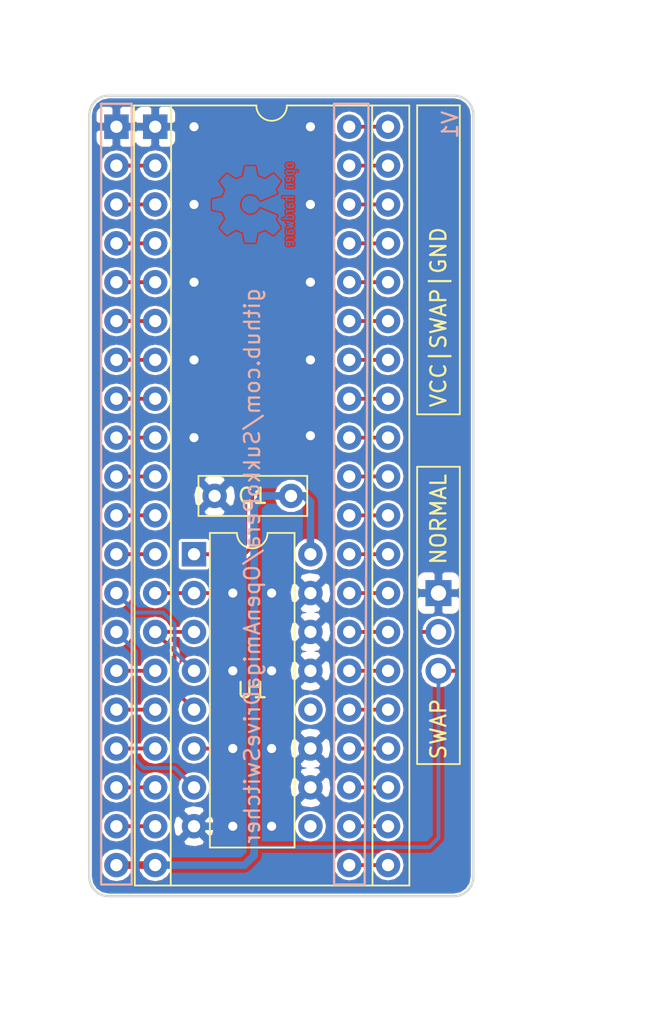
<source format=kicad_pcb>
(kicad_pcb (version 4) (host pcbnew 4.0.7)
  (title_block (title OpenAmigaDriveSwitcher) (date 2018-06-26) (rev 1) (company SukkoPera))
  (layers (0 F.Cu signal) (31 B.Cu signal) (36 B.SilkS user) (37 F.SilkS user) (38 B.Mask user) (39 F.Mask user) (44 Edge.Cuts user))
  (net 0 "")
  (net 1 VCC)
  (net 2 GND)
  (net 3 "Net-(CONN1-Pad22)")
  (net 4 "Net-(CONN1-Pad2)")
  (net 5 "Net-(CONN1-Pad23)")
  (net 6 "Net-(CONN1-Pad3)")
  (net 7 "Net-(CONN1-Pad24)")
  (net 8 "Net-(CONN1-Pad4)")
  (net 9 "Net-(CONN1-Pad25)")
  (net 10 "Net-(CONN1-Pad5)")
  (net 11 "Net-(CONN1-Pad26)")
  (net 12 "Net-(CONN1-Pad6)")
  (net 13 "Net-(CONN1-Pad27)")
  (net 14 "Net-(CONN1-Pad7)")
  (net 15 "Net-(CONN1-Pad28)")
  (net 16 "Net-(CONN1-Pad8)")
  (net 17 "Net-(CONN1-Pad29)")
  (net 18 "Net-(CONN1-Pad9)")
  (net 19 "Net-(CONN1-Pad30)")
  (net 20 "Net-(CONN1-Pad10)")
  (net 21 "Net-(CONN1-Pad31)")
  (net 22 "Net-(CONN1-Pad11)")
  (net 23 "Net-(CONN1-Pad32)")
  (net 24 "Net-(CONN1-Pad12)")
  (net 25 "Net-(CONN1-Pad33)")
  (net 26 "Net-(CONN1-Pad13)")
  (net 27 "Net-(CONN1-Pad34)")
  (net 28 "Net-(CONN1-Pad14)")
  (net 29 "Net-(CONN1-Pad35)")
  (net 30 "Net-(CONN1-Pad15)")
  (net 31 "Net-(CONN1-Pad36)")
  (net 32 "Net-(CONN1-Pad16)")
  (net 33 "Net-(CONN1-Pad37)")
  (net 34 "Net-(CONN1-Pad17)")
  (net 35 "Net-(CONN1-Pad38)")
  (net 36 "Net-(CONN1-Pad18)")
  (net 37 "Net-(CONN1-Pad39)")
  (net 38 "Net-(CONN1-Pad19)")
  (net 39 "Net-(CONN1-Pad40)")
  (net 40 "Net-(CONN1-Pad21)")
  (net 41 "Net-(J1-Pad2)")
  (net 42 "Net-(U1-Pad2)")
  (net 43 "Net-(U1-Pad3)")
  (module Capacitors_THT:C_Disc_D7.0mm_W2.5mm_P5.00mm (layer F.Cu) (at 153.67 128.27 180)
    (fp_text reference C1 (at 2.5 0 180) (layer F.SilkS))
    (fp_text value C)
    (fp_line (start -1.06 -1.31) (end 6.06 -1.31) (layer F.SilkS) (width 0.12))
    (fp_line (start -1.06 1.31) (end 6.06 1.31) (layer F.SilkS) (width 0.12))
    (fp_line (start -1.06 -1.31) (end -1.06 1.31) (layer F.SilkS) (width 0.12))
    (fp_line (start 6.06 -1.31) (end 6.06 1.31) (layer F.SilkS) (width 0.12))
    (pad 1 thru_hole circle (at 0 0 180) (size 1.6 1.6) (drill 0.8) (layers *.Cu *.Mask) (net 1 VCC))
    (pad 2 thru_hole circle (at 5 0 180) (size 1.6 1.6) (drill 0.8) (layers *.Cu *.Mask) (net 2 GND))
  )
  (module OpenAmigaDriveSwitcher:DIP-40_DualHeaderStrips (layer F.Cu) (at 142.24 104.14)
    (fp_text reference CONN1 hide)
    (fp_text value EVEN_CIA_SOCKET hide)
    (fp_line (start 16.5 -1.5) (end 14.25 -1.5) (layer B.SilkS) (width 0.15))
    (fp_line (start 14.25 49.53) (end 16.25 49.53) (layer B.SilkS) (width 0.15))
    (fp_line (start -1 -1.5) (end 1 -1.5) (layer B.SilkS) (width 0.15))
    (fp_line (start 1 -1.5) (end 1 49.53) (layer B.SilkS) (width 0.15))
    (fp_line (start 14.25 49.53) (end 14.25 -1.5) (layer B.SilkS) (width 0.15))
    (fp_line (start -1 -1.5) (end -1 49.5046) (layer B.SilkS) (width 0.15))
    (fp_line (start -1 49.53) (end 1 49.53) (layer B.SilkS) (width 0.15))
    (fp_line (start 16.25 49.53) (end 16.5 -1.5) (layer B.SilkS) (width 0.15))
    (pad 1 thru_hole rect (at 0 0) (size 1.6 1.6) (drill 0.8) (layers *.Cu *.Mask) (net 2 GND))
    (pad 22 thru_hole oval (at 15.24 45.72) (size 1.6 1.6) (drill 0.8) (layers *.Cu *.Mask) (net 3 "Net-(CONN1-Pad22)"))
    (pad 2 thru_hole oval (at 0 2.54) (size 1.6 1.6) (drill 0.8) (layers *.Cu *.Mask) (net 4 "Net-(CONN1-Pad2)"))
    (pad 23 thru_hole oval (at 15.24 43.18) (size 1.6 1.6) (drill 0.8) (layers *.Cu *.Mask) (net 5 "Net-(CONN1-Pad23)"))
    (pad 3 thru_hole oval (at 0 5.08) (size 1.6 1.6) (drill 0.8) (layers *.Cu *.Mask) (net 6 "Net-(CONN1-Pad3)"))
    (pad 24 thru_hole oval (at 15.24 40.64) (size 1.6 1.6) (drill 0.8) (layers *.Cu *.Mask) (net 7 "Net-(CONN1-Pad24)"))
    (pad 4 thru_hole oval (at 0 7.62) (size 1.6 1.6) (drill 0.8) (layers *.Cu *.Mask) (net 8 "Net-(CONN1-Pad4)"))
    (pad 25 thru_hole oval (at 15.24 38.1) (size 1.6 1.6) (drill 0.8) (layers *.Cu *.Mask) (net 9 "Net-(CONN1-Pad25)"))
    (pad 5 thru_hole oval (at 0 10.16) (size 1.6 1.6) (drill 0.8) (layers *.Cu *.Mask) (net 10 "Net-(CONN1-Pad5)"))
    (pad 26 thru_hole oval (at 15.24 35.56) (size 1.6 1.6) (drill 0.8) (layers *.Cu *.Mask) (net 11 "Net-(CONN1-Pad26)"))
    (pad 6 thru_hole oval (at 0 12.7) (size 1.6 1.6) (drill 0.8) (layers *.Cu *.Mask) (net 12 "Net-(CONN1-Pad6)"))
    (pad 27 thru_hole oval (at 15.24 33.02) (size 1.6 1.6) (drill 0.8) (layers *.Cu *.Mask) (net 13 "Net-(CONN1-Pad27)"))
    (pad 7 thru_hole oval (at 0 15.24) (size 1.6 1.6) (drill 0.8) (layers *.Cu *.Mask) (net 14 "Net-(CONN1-Pad7)"))
    (pad 28 thru_hole oval (at 15.24 30.48) (size 1.6 1.6) (drill 0.8) (layers *.Cu *.Mask) (net 15 "Net-(CONN1-Pad28)"))
    (pad 8 thru_hole oval (at 0 17.78) (size 1.6 1.6) (drill 0.8) (layers *.Cu *.Mask) (net 16 "Net-(CONN1-Pad8)"))
    (pad 29 thru_hole oval (at 15.24 27.94) (size 1.6 1.6) (drill 0.8) (layers *.Cu *.Mask) (net 17 "Net-(CONN1-Pad29)"))
    (pad 9 thru_hole oval (at 0 20.32) (size 1.6 1.6) (drill 0.8) (layers *.Cu *.Mask) (net 18 "Net-(CONN1-Pad9)"))
    (pad 30 thru_hole oval (at 15.24 25.4) (size 1.6 1.6) (drill 0.8) (layers *.Cu *.Mask) (net 19 "Net-(CONN1-Pad30)"))
    (pad 10 thru_hole oval (at 0 22.86) (size 1.6 1.6) (drill 0.8) (layers *.Cu *.Mask) (net 20 "Net-(CONN1-Pad10)"))
    (pad 31 thru_hole oval (at 15.24 22.86) (size 1.6 1.6) (drill 0.8) (layers *.Cu *.Mask) (net 21 "Net-(CONN1-Pad31)"))
    (pad 11 thru_hole oval (at 0 25.4) (size 1.6 1.6) (drill 0.8) (layers *.Cu *.Mask) (net 22 "Net-(CONN1-Pad11)"))
    (pad 32 thru_hole oval (at 15.24 20.32) (size 1.6 1.6) (drill 0.8) (layers *.Cu *.Mask) (net 23 "Net-(CONN1-Pad32)"))
    (pad 12 thru_hole oval (at 0 27.94) (size 1.6 1.6) (drill 0.8) (layers *.Cu *.Mask) (net 24 "Net-(CONN1-Pad12)"))
    (pad 33 thru_hole oval (at 15.24 17.78) (size 1.6 1.6) (drill 0.8) (layers *.Cu *.Mask) (net 25 "Net-(CONN1-Pad33)"))
    (pad 13 thru_hole oval (at 0 30.48) (size 1.6 1.6) (drill 0.8) (layers *.Cu *.Mask) (net 26 "Net-(CONN1-Pad13)"))
    (pad 34 thru_hole oval (at 15.24 15.24) (size 1.6 1.6) (drill 0.8) (layers *.Cu *.Mask) (net 27 "Net-(CONN1-Pad34)"))
    (pad 14 thru_hole oval (at 0 33.02) (size 1.6 1.6) (drill 0.8) (layers *.Cu *.Mask) (net 28 "Net-(CONN1-Pad14)"))
    (pad 35 thru_hole oval (at 15.24 12.7) (size 1.6 1.6) (drill 0.8) (layers *.Cu *.Mask) (net 29 "Net-(CONN1-Pad35)"))
    (pad 15 thru_hole oval (at 0 35.56) (size 1.6 1.6) (drill 0.8) (layers *.Cu *.Mask) (net 30 "Net-(CONN1-Pad15)"))
    (pad 36 thru_hole oval (at 15.24 10.16) (size 1.6 1.6) (drill 0.8) (layers *.Cu *.Mask) (net 31 "Net-(CONN1-Pad36)"))
    (pad 16 thru_hole oval (at 0 38.1) (size 1.6 1.6) (drill 0.8) (layers *.Cu *.Mask) (net 32 "Net-(CONN1-Pad16)"))
    (pad 37 thru_hole oval (at 15.24 7.62) (size 1.6 1.6) (drill 0.8) (layers *.Cu *.Mask) (net 33 "Net-(CONN1-Pad37)"))
    (pad 17 thru_hole oval (at 0 40.64) (size 1.6 1.6) (drill 0.8) (layers *.Cu *.Mask) (net 34 "Net-(CONN1-Pad17)"))
    (pad 38 thru_hole oval (at 15.24 5.08) (size 1.6 1.6) (drill 0.8) (layers *.Cu *.Mask) (net 35 "Net-(CONN1-Pad38)"))
    (pad 18 thru_hole oval (at 0 43.18) (size 1.6 1.6) (drill 0.8) (layers *.Cu *.Mask) (net 36 "Net-(CONN1-Pad18)"))
    (pad 39 thru_hole oval (at 15.24 2.54) (size 1.6 1.6) (drill 0.8) (layers *.Cu *.Mask) (net 37 "Net-(CONN1-Pad39)"))
    (pad 19 thru_hole oval (at 0 45.72) (size 1.6 1.6) (drill 0.8) (layers *.Cu *.Mask) (net 38 "Net-(CONN1-Pad19)"))
    (pad 40 thru_hole oval (at 15.24 0) (size 1.6 1.6) (drill 0.8) (layers *.Cu *.Mask) (net 39 "Net-(CONN1-Pad40)"))
    (pad 20 thru_hole oval (at 0 48.26) (size 1.6 1.6) (drill 0.8) (layers *.Cu *.Mask) (net 1 VCC))
    (pad 21 thru_hole oval (at 15.24 48.26) (size 1.6 1.6) (drill 0.8) (layers *.Cu *.Mask) (net 40 "Net-(CONN1-Pad21)"))
  )
  (module w_logo:Logo_copper_OSHW_6x6mm (layer B.Cu) (at 150.749 109.22 270)
    (fp_text reference J99 hide)
    (fp_text value OSHW_LOGO hide)
    (fp_line (start 2.16 -2.62) (end 2.16 -3.08) (layer B.Cu) (width 0.075))
    (fp_line (start 2.25 -2.62) (end 2.3 -2.62) (layer B.Cu) (width 0.075))
    (fp_line (start 2.2 -2.65) (end 2.25 -2.62) (layer B.Cu) (width 0.075))
    (fp_line (start 2.18 -2.67) (end 2.2 -2.65) (layer B.Cu) (width 0.075))
    (fp_line (start 2.16 -2.74) (end 2.18 -2.67) (layer B.Cu) (width 0.075))
    (fp_line (start 2.6 -3.08) (end 2.65 -3.05) (layer B.Cu) (width 0.075))
    (fp_line (start 2.5 -3.08) (end 2.6 -3.08) (layer B.Cu) (width 0.075))
    (fp_line (start 2.46 -3.05) (end 2.5 -3.08) (layer B.Cu) (width 0.075))
    (fp_line (start 2.44 -2.98) (end 2.46 -3.05) (layer B.Cu) (width 0.075))
    (fp_line (start 2.44 -2.71) (end 2.44 -2.98) (layer B.Cu) (width 0.075))
    (fp_line (start 2.47 -2.65) (end 2.44 -2.71) (layer B.Cu) (width 0.075))
    (fp_line (start 2.51 -2.62) (end 2.47 -2.65) (layer B.Cu) (width 0.075))
    (fp_line (start 2.61 -2.62) (end 2.51 -2.62) (layer B.Cu) (width 0.075))
    (fp_line (start 2.65 -2.66) (end 2.61 -2.62) (layer B.Cu) (width 0.075))
    (fp_line (start 2.67 -2.73) (end 2.65 -2.66) (layer B.Cu) (width 0.075))
    (fp_line (start 2.67 -2.85) (end 2.67 -2.73) (layer B.Cu) (width 0.075))
    (fp_line (start 2.67 -2.85) (end 2.44 -2.85) (layer B.Cu) (width 0.075))
    (fp_line (start 1.92 -2.71) (end 1.92 -3.08) (layer B.Cu) (width 0.075))
    (fp_line (start 1.89 -2.65) (end 1.92 -2.71) (layer B.Cu) (width 0.075))
    (fp_line (start 1.85 -2.62) (end 1.89 -2.65) (layer B.Cu) (width 0.075))
    (fp_line (start 1.75 -2.62) (end 1.85 -2.62) (layer B.Cu) (width 0.075))
    (fp_line (start 1.7 -2.65) (end 1.75 -2.62) (layer B.Cu) (width 0.075))
    (fp_line (start 1.76 -2.81) (end 1.71 -2.84) (layer B.Cu) (width 0.075))
    (fp_line (start 1.88 -2.81) (end 1.76 -2.81) (layer B.Cu) (width 0.075))
    (fp_line (start 1.92 -2.78) (end 1.88 -2.81) (layer B.Cu) (width 0.075))
    (fp_line (start 1.87 -3.08) (end 1.92 -3.04) (layer B.Cu) (width 0.075))
    (fp_line (start 1.75 -3.08) (end 1.87 -3.08) (layer B.Cu) (width 0.075))
    (fp_line (start 1.7 -3.04) (end 1.75 -3.08) (layer B.Cu) (width 0.075))
    (fp_line (start 1.68 -2.98) (end 1.7 -3.04) (layer B.Cu) (width 0.075))
    (fp_line (start 1.68 -2.91) (end 1.68 -2.98) (layer B.Cu) (width 0.075))
    (fp_line (start 1.71 -2.84) (end 1.68 -2.91) (layer B.Cu) (width 0.075))
    (fp_line (start 1.13 -2.62) (end 1.23 -3.08) (layer B.Cu) (width 0.075))
    (fp_line (start 1.23 -3.08) (end 1.32 -2.74) (layer B.Cu) (width 0.075))
    (fp_line (start 1.32 -2.74) (end 1.42 -3.08) (layer B.Cu) (width 0.075))
    (fp_line (start 1.42 -3.08) (end 1.52 -2.62) (layer B.Cu) (width 0.075))
    (fp_line (start 0.94 -3.05) (end 0.9 -3.08) (layer B.Cu) (width 0.075))
    (fp_line (start 0.9 -3.08) (end 0.79 -3.08) (layer B.Cu) (width 0.075))
    (fp_line (start 0.79 -3.08) (end 0.75 -3.05) (layer B.Cu) (width 0.075))
    (fp_line (start 0.75 -3.05) (end 0.73 -3.02) (layer B.Cu) (width 0.075))
    (fp_line (start 0.73 -3.02) (end 0.7 -2.95) (layer B.Cu) (width 0.075))
    (fp_line (start 0.7 -2.95) (end 0.7 -2.75) (layer B.Cu) (width 0.075))
    (fp_line (start 0.7 -2.75) (end 0.73 -2.68) (layer B.Cu) (width 0.075))
    (fp_line (start 0.73 -2.68) (end 0.75 -2.65) (layer B.Cu) (width 0.075))
    (fp_line (start 0.75 -2.65) (end 0.81 -2.61) (layer B.Cu) (width 0.075))
    (fp_line (start 0.81 -2.61) (end 0.88 -2.61) (layer B.Cu) (width 0.075))
    (fp_line (start 0.88 -2.61) (end 0.94 -2.65) (layer B.Cu) (width 0.075))
    (fp_line (start 0.94 -2.38) (end 0.94 -3.08) (layer B.Cu) (width 0.075))
    (fp_line (start 0.42 -2.74) (end 0.44 -2.67) (layer B.Cu) (width 0.075))
    (fp_line (start 0.44 -2.67) (end 0.46 -2.65) (layer B.Cu) (width 0.075))
    (fp_line (start 0.46 -2.65) (end 0.51 -2.62) (layer B.Cu) (width 0.075))
    (fp_line (start 0.51 -2.62) (end 0.56 -2.62) (layer B.Cu) (width 0.075))
    (fp_line (start 0.42 -2.62) (end 0.42 -3.08) (layer B.Cu) (width 0.075))
    (fp_line (start -0.03 -2.84) (end -0.06 -2.91) (layer B.Cu) (width 0.075))
    (fp_line (start -0.06 -2.91) (end -0.06 -2.98) (layer B.Cu) (width 0.075))
    (fp_line (start -0.06 -2.98) (end -0.04 -3.04) (layer B.Cu) (width 0.075))
    (fp_line (start -0.04 -3.04) (end 0.01 -3.08) (layer B.Cu) (width 0.075))
    (fp_line (start 0.01 -3.08) (end 0.13 -3.08) (layer B.Cu) (width 0.075))
    (fp_line (start 0.13 -3.08) (end 0.18 -3.04) (layer B.Cu) (width 0.075))
    (fp_line (start 0.18 -2.78) (end 0.14 -2.81) (layer B.Cu) (width 0.075))
    (fp_line (start 0.14 -2.81) (end 0.02 -2.81) (layer B.Cu) (width 0.075))
    (fp_line (start 0.02 -2.81) (end -0.03 -2.84) (layer B.Cu) (width 0.075))
    (fp_line (start -0.04 -2.65) (end 0.01 -2.62) (layer B.Cu) (width 0.075))
    (fp_line (start 0.01 -2.62) (end 0.11 -2.62) (layer B.Cu) (width 0.075))
    (fp_line (start 0.11 -2.62) (end 0.15 -2.65) (layer B.Cu) (width 0.075))
    (fp_line (start 0.15 -2.65) (end 0.18 -2.71) (layer B.Cu) (width 0.075))
    (fp_line (start 0.18 -2.71) (end 0.18 -3.08) (layer B.Cu) (width 0.075))
    (fp_line (start -0.49 -2.69) (end -0.47 -2.65) (layer B.Cu) (width 0.075))
    (fp_line (start -0.47 -2.65) (end -0.42 -2.62) (layer B.Cu) (width 0.075))
    (fp_line (start -0.42 -2.62) (end -0.34 -2.62) (layer B.Cu) (width 0.075))
    (fp_line (start -0.34 -2.62) (end -0.3 -2.65) (layer B.Cu) (width 0.075))
    (fp_line (start -0.3 -2.65) (end -0.28 -2.71) (layer B.Cu) (width 0.075))
    (fp_line (start -0.28 -2.71) (end -0.28 -3.08) (layer B.Cu) (width 0.075))
    (fp_line (start -0.49 -2.38) (end -0.49 -3.08) (layer B.Cu) (width 0.075))
    (fp_line (start -1.54 -2.85) (end -1.77 -2.85) (layer B.Cu) (width 0.075))
    (fp_line (start -1.32 -2.68) (end -1.3 -2.65) (layer B.Cu) (width 0.075))
    (fp_line (start -1.3 -2.65) (end -1.26 -2.62) (layer B.Cu) (width 0.075))
    (fp_line (start -1.26 -2.62) (end -1.17 -2.62) (layer B.Cu) (width 0.075))
    (fp_line (start -1.17 -2.62) (end -1.13 -2.65) (layer B.Cu) (width 0.075))
    (fp_line (start -1.13 -2.65) (end -1.11 -2.71) (layer B.Cu) (width 0.075))
    (fp_line (start -1.11 -2.71) (end -1.11 -3.08) (layer B.Cu) (width 0.075))
    (fp_line (start -1.32 -2.62) (end -1.32 -3.08) (layer B.Cu) (width 0.075))
    (fp_line (start -1.54 -2.85) (end -1.54 -2.73) (layer B.Cu) (width 0.075))
    (fp_line (start -1.54 -2.73) (end -1.56 -2.66) (layer B.Cu) (width 0.075))
    (fp_line (start -1.56 -2.66) (end -1.6 -2.62) (layer B.Cu) (width 0.075))
    (fp_line (start -1.6 -2.62) (end -1.7 -2.62) (layer B.Cu) (width 0.075))
    (fp_line (start -1.7 -2.62) (end -1.74 -2.65) (layer B.Cu) (width 0.075))
    (fp_line (start -1.74 -2.65) (end -1.77 -2.71) (layer B.Cu) (width 0.075))
    (fp_line (start -1.77 -2.71) (end -1.77 -2.98) (layer B.Cu) (width 0.075))
    (fp_line (start -1.77 -2.98) (end -1.75 -3.05) (layer B.Cu) (width 0.075))
    (fp_line (start -1.75 -3.05) (end -1.71 -3.08) (layer B.Cu) (width 0.075))
    (fp_line (start -1.71 -3.08) (end -1.61 -3.08) (layer B.Cu) (width 0.075))
    (fp_line (start -1.61 -3.08) (end -1.56 -3.05) (layer B.Cu) (width 0.075))
    (fp_line (start -2.2 -2.65) (end -2.16 -2.62) (layer B.Cu) (width 0.075))
    (fp_line (start -2.16 -2.62) (end -2.06 -2.62) (layer B.Cu) (width 0.075))
    (fp_line (start -2.06 -2.62) (end -2.02 -2.65) (layer B.Cu) (width 0.075))
    (fp_line (start -2.02 -2.65) (end -1.99 -2.68) (layer B.Cu) (width 0.075))
    (fp_line (start -1.99 -2.68) (end -1.97 -2.74) (layer B.Cu) (width 0.075))
    (fp_line (start -1.97 -2.74) (end -1.97 -2.96) (layer B.Cu) (width 0.075))
    (fp_line (start -1.97 -2.96) (end -1.99 -3.02) (layer B.Cu) (width 0.075))
    (fp_line (start -1.99 -3.02) (end -2.01 -3.05) (layer B.Cu) (width 0.075))
    (fp_line (start -2.01 -3.05) (end -2.05 -3.08) (layer B.Cu) (width 0.075))
    (fp_line (start -2.05 -3.08) (end -2.15 -3.08) (layer B.Cu) (width 0.075))
    (fp_line (start -2.15 -3.08) (end -2.2 -3.05) (layer B.Cu) (width 0.075))
    (fp_line (start -2.2 -3.32) (end -2.2 -2.62) (layer B.Cu) (width 0.075))
    (fp_line (start -2.51 -2.62) (end -2.59 -2.62) (layer B.Cu) (width 0.075))
    (fp_line (start -2.59 -2.62) (end -2.63 -2.65) (layer B.Cu) (width 0.075))
    (fp_line (start -2.63 -2.65) (end -2.65 -2.68) (layer B.Cu) (width 0.075))
    (fp_line (start -2.65 -2.68) (end -2.68 -2.75) (layer B.Cu) (width 0.075))
    (fp_line (start -2.59 -3.08) (end -2.51 -3.08) (layer B.Cu) (width 0.075))
    (fp_line (start -2.51 -3.08) (end -2.46 -3.05) (layer B.Cu) (width 0.075))
    (fp_line (start -2.46 -3.05) (end -2.44 -3.02) (layer B.Cu) (width 0.075))
    (fp_line (start -2.44 -3.02) (end -2.42 -2.95) (layer B.Cu) (width 0.075))
    (fp_line (start -2.42 -2.95) (end -2.42 -2.75) (layer B.Cu) (width 0.075))
    (fp_line (start -2.42 -2.75) (end -2.44 -2.69) (layer B.Cu) (width 0.075))
    (fp_line (start -2.44 -2.69) (end -2.46 -2.66) (layer B.Cu) (width 0.075))
    (fp_line (start -2.46 -2.66) (end -2.51 -2.62) (layer B.Cu) (width 0.075))
    (fp_line (start -2.68 -2.75) (end -2.68 -2.95) (layer B.Cu) (width 0.075))
    (fp_line (start -2.68 -2.95) (end -2.66 -3.01) (layer B.Cu) (width 0.075))
    (fp_line (start -2.66 -3.01) (end -2.64 -3.04) (layer B.Cu) (width 0.075))
    (fp_line (start -2.64 -3.04) (end -2.59 -3.08) (layer B.Cu) (width 0.075))
    (fp_poly (pts (xy -1.51384 -2.24536) (xy -1.48844 -2.23012) (xy -1.43002 -2.19456) (xy -1.3462 -2.13868) (xy -1.24714 -2.07264) (xy -1.14808 -2.0066) (xy -1.0668 -1.95326) (xy -1.01092 -1.91516) (xy -0.98552 -1.90246) (xy -0.97282 -1.90754) (xy -0.9271 -1.9304) (xy -0.85852 -1.96596) (xy -0.81788 -1.98628) (xy -0.75692 -2.01168) (xy -0.7239 -2.0193) (xy -0.71882 -2.00914) (xy -0.69596 -1.96088) (xy -0.6604 -1.8796) (xy -0.61468 -1.77038) (xy -0.5588 -1.64338) (xy -0.50292 -1.50876) (xy -0.4445 -1.36906) (xy -0.38862 -1.23444) (xy -0.34036 -1.11506) (xy -0.29972 -1.01854) (xy -0.27432 -0.94996) (xy -0.26416 -0.92202) (xy -0.2667 -0.9144) (xy -0.29972 -0.88392) (xy -0.35306 -0.84328) (xy -0.47244 -0.74676) (xy -0.58928 -0.60198) (xy -0.6604 -0.43688) (xy -0.68326 -0.25146) (xy -0.66294 -0.08128) (xy -0.5969 0.08128) (xy -0.4826 0.2286) (xy -0.3429 0.33782) (xy -0.18034 0.4064) (xy 0 0.42926) (xy 0.17272 0.40894) (xy 0.34036 0.3429) (xy 0.48768 0.23114) (xy 0.55118 0.16002) (xy 0.63754 0.01016) (xy 0.6858 -0.14732) (xy 0.69088 -0.18796) (xy 0.68326 -0.36322) (xy 0.63246 -0.5334) (xy 0.53848 -0.68326) (xy 0.40894 -0.80772) (xy 0.3937 -0.81788) (xy 0.33528 -0.8636) (xy 0.29464 -0.89408) (xy 0.26416 -0.91948) (xy 0.48768 -1.45796) (xy 0.52324 -1.54178) (xy 0.5842 -1.6891) (xy 0.63754 -1.8161) (xy 0.68072 -1.9177) (xy 0.7112 -1.98374) (xy 0.7239 -2.01168) (xy 0.7239 -2.01422) (xy 0.74422 -2.01676) (xy 0.78486 -2.00152) (xy 0.86106 -1.96596) (xy 0.90932 -1.94056) (xy 0.96774 -1.91262) (xy 0.99314 -1.90246) (xy 1.016 -1.91516) (xy 1.06934 -1.95072) (xy 1.15062 -2.00406) (xy 1.24714 -2.06756) (xy 1.33858 -2.13106) (xy 1.4224 -2.18694) (xy 1.48336 -2.22504) (xy 1.51384 -2.24282) (xy 1.51892 -2.24282) (xy 1.54432 -2.22758) (xy 1.59258 -2.18694) (xy 1.66624 -2.11836) (xy 1.77038 -2.01422) (xy 1.78562 -1.99898) (xy 1.87198 -1.91262) (xy 1.94056 -1.83896) (xy 1.98628 -1.78816) (xy 2.00406 -1.7653) (xy 2.00406 -1.7653) (xy 1.98882 -1.73482) (xy 1.95072 -1.67386) (xy 1.89484 -1.5875) (xy 1.82626 -1.48844) (xy 1.64846 -1.22936) (xy 1.74498 -0.98552) (xy 1.77546 -0.90932) (xy 1.81356 -0.82042) (xy 1.8415 -0.75438) (xy 1.85674 -0.72644) (xy 1.88214 -0.71628) (xy 1.95072 -0.70104) (xy 2.04724 -0.68072) (xy 2.16154 -0.6604) (xy 2.2733 -0.64008) (xy 2.37236 -0.61976) (xy 2.44348 -0.60706) (xy 2.4765 -0.59944) (xy 2.48412 -0.59436) (xy 2.49174 -0.57912) (xy 2.49428 -0.5461) (xy 2.49682 -0.48514) (xy 2.49936 -0.39116) (xy 2.49936 -0.25146) (xy 2.49936 -0.23622) (xy 2.49682 -0.10668) (xy 2.49428 0) (xy 2.49174 0.06604) (xy 2.48666 0.09398) (xy 2.48666 0.09398) (xy 2.45618 0.1016) (xy 2.38506 0.11684) (xy 2.286 0.13462) (xy 2.16662 0.15748) (xy 2.159 0.16002) (xy 2.04216 0.18288) (xy 1.9431 0.2032) (xy 1.87198 0.21844) (xy 1.84404 0.2286) (xy 1.83642 0.23622) (xy 1.81356 0.28194) (xy 1.78054 0.3556) (xy 1.7399 0.4445) (xy 1.7018 0.53848) (xy 1.66878 0.6223) (xy 1.64592 0.68326) (xy 1.6383 0.7112) (xy 1.64084 0.71374) (xy 1.65862 0.74168) (xy 1.69926 0.80264) (xy 1.75514 0.88646) (xy 1.82372 0.98806) (xy 1.8288 0.99568) (xy 1.89738 1.09474) (xy 1.95326 1.1811) (xy 1.98882 1.23952) (xy 2.00406 1.26746) (xy 2.00406 1.27) (xy 1.9812 1.30048) (xy 1.9304 1.35636) (xy 1.85674 1.43256) (xy 1.77038 1.52146) (xy 1.74244 1.54686) (xy 1.64338 1.64338) (xy 1.57734 1.70434) (xy 1.53416 1.73736) (xy 1.51384 1.74498) (xy 1.51384 1.74498) (xy 1.48336 1.7272) (xy 1.41986 1.68656) (xy 1.33604 1.62814) (xy 1.23444 1.55956) (xy 1.22682 1.55448) (xy 1.12776 1.4859) (xy 1.04394 1.43002) (xy 0.98552 1.38938) (xy 0.95758 1.37414) (xy 0.95504 1.37414) (xy 0.9144 1.38684) (xy 0.84328 1.41224) (xy 0.75438 1.44526) (xy 0.66294 1.48336) (xy 0.57912 1.51892) (xy 0.51562 1.54686) (xy 0.48514 1.56464) (xy 0.48514 1.56464) (xy 0.47498 1.6002) (xy 0.4572 1.6764) (xy 0.43688 1.778) (xy 0.41148 1.89992) (xy 0.40894 1.92024) (xy 0.38608 2.03962) (xy 0.3683 2.13868) (xy 0.35306 2.20726) (xy 0.34544 2.2352) (xy 0.3302 2.23774) (xy 0.27178 2.24282) (xy 0.18288 2.24536) (xy 0.07366 2.24536) (xy -0.0381 2.24536) (xy -0.14732 2.24282) (xy -0.2413 2.24028) (xy -0.30988 2.2352) (xy -0.33782 2.23012) (xy -0.33782 2.22758) (xy -0.34798 2.18948) (xy -0.36576 2.11582) (xy -0.38608 2.01168) (xy -0.40894 1.88976) (xy -0.41402 1.8669) (xy -0.43688 1.75006) (xy -0.4572 1.651) (xy -0.4699 1.58496) (xy -0.47752 1.55702) (xy -0.49022 1.55194) (xy -0.53848 1.53162) (xy -0.61722 1.4986) (xy -0.71628 1.45796) (xy -0.94488 1.36652) (xy -1.22682 1.55702) (xy -1.25222 1.5748) (xy -1.35382 1.64338) (xy -1.4351 1.69926) (xy -1.49352 1.73736) (xy -1.51638 1.75006) (xy -1.51892 1.75006) (xy -1.54686 1.72466) (xy -1.60274 1.67132) (xy -1.67894 1.59766) (xy -1.76784 1.5113) (xy -1.83134 1.44526) (xy -1.91008 1.36652) (xy -1.95834 1.31318) (xy -1.98628 1.28016) (xy -1.9939 1.25984) (xy -1.99136 1.2446) (xy -1.97358 1.21666) (xy -1.93294 1.1557) (xy -1.87452 1.06934) (xy -1.80594 0.97028) (xy -1.75006 0.88646) (xy -1.6891 0.79248) (xy -1.651 0.72644) (xy -1.63576 0.69342) (xy -1.64084 0.68072) (xy -1.65862 0.62484) (xy -1.69418 0.54102) (xy -1.73482 0.44196) (xy -1.83388 0.22098) (xy -1.97866 0.19304) (xy -2.06756 0.17526) (xy -2.18948 0.1524) (xy -2.30886 0.12954) (xy -2.49174 0.09398) (xy -2.49936 -0.58166) (xy -2.47142 -0.59436) (xy -2.44348 -0.60198) (xy -2.3749 -0.61722) (xy -2.27838 -0.63754) (xy -2.16154 -0.65786) (xy -2.06502 -0.67564) (xy -1.96596 -0.69596) (xy -1.89484 -0.70866) (xy -1.86436 -0.71628) (xy -1.8542 -0.72644) (xy -1.83134 -0.7747) (xy -1.79578 -0.8509) (xy -1.75514 -0.94234) (xy -1.71704 -1.03632) (xy -1.68148 -1.12522) (xy -1.65862 -1.19126) (xy -1.64846 -1.22428) (xy -1.66116 -1.25222) (xy -1.69926 -1.31064) (xy -1.7526 -1.39192) (xy -1.82118 -1.49098) (xy -1.88722 -1.5875) (xy -1.94564 -1.67132) (xy -1.98374 -1.73228) (xy -2.00152 -1.76022) (xy -1.99136 -1.778) (xy -1.95326 -1.82626) (xy -1.8796 -1.90246) (xy -1.76784 -2.01168) (xy -1.75006 -2.02946) (xy -1.6637 -2.11328) (xy -1.59004 -2.18186) (xy -1.5367 -2.22758) (xy -1.51384 -2.24536)) (layer B.Cu) (width 0.00254))
  )
  (module Housings_DIP:DIP-16_W7.62mm (layer F.Cu) (at 147.32 132.08)
    (fp_text reference U1 (at 3.81 8.89) (layer F.SilkS))
    (fp_text value 74LS157)
    (fp_line (start 2.81 -1.39) (end 1.04 -1.39) (layer F.SilkS) (width 0.12))
    (fp_line (start 1.04 -1.39) (end 1.04 19.17) (layer F.SilkS) (width 0.12))
    (fp_line (start 1.04 19.17) (end 6.58 19.17) (layer F.SilkS) (width 0.12))
    (fp_line (start 6.58 19.17) (end 6.58 -1.39) (layer F.SilkS) (width 0.12))
    (fp_line (start 6.58 -1.39) (end 4.81 -1.39) (layer F.SilkS) (width 0.12))
    (fp_arc (start 3.81 -1.39) (end 2.81 -1.39) (angle -180) (layer F.SilkS) (width 0.12))
    (pad 1 thru_hole rect (at 0 0) (size 1.6 1.6) (drill 0.8) (layers *.Cu *.Mask) (net 41 "Net-(J1-Pad2)"))
    (pad 9 thru_hole oval (at 7.62 17.78) (size 1.6 1.6) (drill 0.8) (layers *.Cu *.Mask))
    (pad 2 thru_hole oval (at 0 2.54) (size 1.6 1.6) (drill 0.8) (layers *.Cu *.Mask) (net 42 "Net-(U1-Pad2)"))
    (pad 10 thru_hole oval (at 7.62 15.24 45) (size 1.6 1.6) (drill 0.8) (layers *.Cu *.Mask) (net 2 GND))
    (pad 3 thru_hole oval (at 0 5.08) (size 1.6 1.6) (drill 0.8) (layers *.Cu *.Mask) (net 43 "Net-(U1-Pad3)"))
    (pad 11 thru_hole oval (at 7.62 12.7 45) (size 1.6 1.6) (drill 0.8) (layers *.Cu *.Mask) (net 2 GND))
    (pad 4 thru_hole oval (at 0 7.62) (size 1.6 1.6) (drill 0.8) (layers *.Cu *.Mask) (net 26 "Net-(CONN1-Pad13)"))
    (pad 12 thru_hole oval (at 7.62 10.16) (size 1.6 1.6) (drill 0.8) (layers *.Cu *.Mask))
    (pad 5 thru_hole oval (at 0 10.16) (size 1.6 1.6) (drill 0.8) (layers *.Cu *.Mask) (net 43 "Net-(U1-Pad3)"))
    (pad 13 thru_hole oval (at 7.62 7.62 45) (size 1.6 1.6) (drill 0.8) (layers *.Cu *.Mask) (net 2 GND))
    (pad 6 thru_hole oval (at 0 12.7) (size 1.6 1.6) (drill 0.8) (layers *.Cu *.Mask) (net 42 "Net-(U1-Pad2)"))
    (pad 14 thru_hole oval (at 7.62 5.08 45) (size 1.6 1.6) (drill 0.8) (layers *.Cu *.Mask) (net 2 GND))
    (pad 7 thru_hole oval (at 0 15.24) (size 1.6 1.6) (drill 0.8) (layers *.Cu *.Mask) (net 28 "Net-(CONN1-Pad14)"))
    (pad 15 thru_hole oval (at 7.62 2.54 45) (size 1.6 1.6) (drill 0.8) (layers *.Cu *.Mask) (net 2 GND))
    (pad 8 thru_hole oval (at 0 17.78 45) (size 1.6 1.6) (drill 0.8) (layers *.Cu *.Mask) (net 2 GND))
    (pad 16 thru_hole oval (at 7.62 0) (size 1.6 1.6) (drill 0.8) (layers *.Cu *.Mask) (net 1 VCC))
  )
  (module OpenAmigaDriveSwitcher:DIP-40_Socket (layer F.Cu) (at 144.78 104.14)
    (fp_text reference U8 hide)
    (fp_text value EVEN_CIA_CHIP hide)
    (fp_line (start 6.62 -1.39) (end -1.39 -1.39) (layer F.SilkS) (width 0.12))
    (fp_line (start 1.04 -1.39) (end 1.016 49.5935) (layer F.SilkS) (width 0.12))
    (fp_line (start 14.224 49.5935) (end 14.2 -1.39) (layer F.SilkS) (width 0.12))
    (fp_line (start 16.63 -1.39) (end 8.62 -1.39) (layer F.SilkS) (width 0.12))
    (fp_line (start -1.39 -1.39) (end -1.3335 49.5935) (layer F.SilkS) (width 0.12))
    (fp_line (start -1.3335 49.5935) (end 16.637 49.5935) (layer F.SilkS) (width 0.12))
    (fp_line (start 16.637 49.5935) (end 16.63 -1.39) (layer F.SilkS) (width 0.12))
    (fp_arc (start 7.62 -1.39) (end 6.62 -1.39) (angle -180) (layer F.SilkS) (width 0.12))
    (pad 1 thru_hole rect (at 0 0) (size 1.6 1.6) (drill 0.8) (layers *.Cu *.Mask) (net 2 GND))
    (pad 22 thru_hole oval (at 15.24 45.72) (size 1.6 1.6) (drill 0.8) (layers *.Cu *.Mask) (net 3 "Net-(CONN1-Pad22)"))
    (pad 2 thru_hole oval (at 0 2.54) (size 1.6 1.6) (drill 0.8) (layers *.Cu *.Mask) (net 4 "Net-(CONN1-Pad2)"))
    (pad 23 thru_hole oval (at 15.24 43.18) (size 1.6 1.6) (drill 0.8) (layers *.Cu *.Mask) (net 5 "Net-(CONN1-Pad23)"))
    (pad 3 thru_hole oval (at 0 5.08) (size 1.6 1.6) (drill 0.8) (layers *.Cu *.Mask) (net 6 "Net-(CONN1-Pad3)"))
    (pad 24 thru_hole oval (at 15.24 40.64) (size 1.6 1.6) (drill 0.8) (layers *.Cu *.Mask) (net 7 "Net-(CONN1-Pad24)"))
    (pad 4 thru_hole oval (at 0 7.62) (size 1.6 1.6) (drill 0.8) (layers *.Cu *.Mask) (net 8 "Net-(CONN1-Pad4)"))
    (pad 25 thru_hole oval (at 15.24 38.1) (size 1.6 1.6) (drill 0.8) (layers *.Cu *.Mask) (net 9 "Net-(CONN1-Pad25)"))
    (pad 5 thru_hole oval (at 0 10.16) (size 1.6 1.6) (drill 0.8) (layers *.Cu *.Mask) (net 10 "Net-(CONN1-Pad5)"))
    (pad 26 thru_hole oval (at 15.24 35.56) (size 1.6 1.6) (drill 0.8) (layers *.Cu *.Mask) (net 11 "Net-(CONN1-Pad26)"))
    (pad 6 thru_hole oval (at 0 12.7) (size 1.6 1.6) (drill 0.8) (layers *.Cu *.Mask) (net 12 "Net-(CONN1-Pad6)"))
    (pad 27 thru_hole oval (at 15.24 33.02) (size 1.6 1.6) (drill 0.8) (layers *.Cu *.Mask) (net 13 "Net-(CONN1-Pad27)"))
    (pad 7 thru_hole oval (at 0 15.24) (size 1.6 1.6) (drill 0.8) (layers *.Cu *.Mask) (net 14 "Net-(CONN1-Pad7)"))
    (pad 28 thru_hole oval (at 15.24 30.48) (size 1.6 1.6) (drill 0.8) (layers *.Cu *.Mask) (net 15 "Net-(CONN1-Pad28)"))
    (pad 8 thru_hole oval (at 0 17.78) (size 1.6 1.6) (drill 0.8) (layers *.Cu *.Mask) (net 16 "Net-(CONN1-Pad8)"))
    (pad 29 thru_hole oval (at 15.24 27.94) (size 1.6 1.6) (drill 0.8) (layers *.Cu *.Mask) (net 17 "Net-(CONN1-Pad29)"))
    (pad 9 thru_hole oval (at 0 20.32) (size 1.6 1.6) (drill 0.8) (layers *.Cu *.Mask) (net 18 "Net-(CONN1-Pad9)"))
    (pad 30 thru_hole oval (at 15.24 25.4) (size 1.6 1.6) (drill 0.8) (layers *.Cu *.Mask) (net 19 "Net-(CONN1-Pad30)"))
    (pad 10 thru_hole oval (at 0 22.86) (size 1.6 1.6) (drill 0.8) (layers *.Cu *.Mask) (net 20 "Net-(CONN1-Pad10)"))
    (pad 31 thru_hole oval (at 15.24 22.86) (size 1.6 1.6) (drill 0.8) (layers *.Cu *.Mask) (net 21 "Net-(CONN1-Pad31)"))
    (pad 11 thru_hole oval (at 0 25.4) (size 1.6 1.6) (drill 0.8) (layers *.Cu *.Mask) (net 22 "Net-(CONN1-Pad11)"))
    (pad 32 thru_hole oval (at 15.24 20.32) (size 1.6 1.6) (drill 0.8) (layers *.Cu *.Mask) (net 23 "Net-(CONN1-Pad32)"))
    (pad 12 thru_hole oval (at 0 27.94) (size 1.6 1.6) (drill 0.8) (layers *.Cu *.Mask) (net 24 "Net-(CONN1-Pad12)"))
    (pad 33 thru_hole oval (at 15.24 17.78) (size 1.6 1.6) (drill 0.8) (layers *.Cu *.Mask) (net 25 "Net-(CONN1-Pad33)"))
    (pad 13 thru_hole oval (at 0 30.48) (size 1.6 1.6) (drill 0.8) (layers *.Cu *.Mask) (net 42 "Net-(U1-Pad2)"))
    (pad 34 thru_hole oval (at 15.24 15.24) (size 1.6 1.6) (drill 0.8) (layers *.Cu *.Mask) (net 27 "Net-(CONN1-Pad34)"))
    (pad 14 thru_hole oval (at 0 33.02) (size 1.6 1.6) (drill 0.8) (layers *.Cu *.Mask) (net 43 "Net-(U1-Pad3)"))
    (pad 35 thru_hole oval (at 15.24 12.7) (size 1.6 1.6) (drill 0.8) (layers *.Cu *.Mask) (net 29 "Net-(CONN1-Pad35)"))
    (pad 15 thru_hole oval (at 0 35.56) (size 1.6 1.6) (drill 0.8) (layers *.Cu *.Mask) (net 30 "Net-(CONN1-Pad15)"))
    (pad 36 thru_hole oval (at 15.24 10.16) (size 1.6 1.6) (drill 0.8) (layers *.Cu *.Mask) (net 31 "Net-(CONN1-Pad36)"))
    (pad 16 thru_hole oval (at 0 38.1) (size 1.6 1.6) (drill 0.8) (layers *.Cu *.Mask) (net 32 "Net-(CONN1-Pad16)"))
    (pad 37 thru_hole oval (at 15.24 7.62) (size 1.6 1.6) (drill 0.8) (layers *.Cu *.Mask) (net 33 "Net-(CONN1-Pad37)"))
    (pad 17 thru_hole oval (at 0 40.64) (size 1.6 1.6) (drill 0.8) (layers *.Cu *.Mask) (net 34 "Net-(CONN1-Pad17)"))
    (pad 38 thru_hole oval (at 15.24 5.08) (size 1.6 1.6) (drill 0.8) (layers *.Cu *.Mask) (net 35 "Net-(CONN1-Pad38)"))
    (pad 18 thru_hole oval (at 0 43.18) (size 1.6 1.6) (drill 0.8) (layers *.Cu *.Mask) (net 36 "Net-(CONN1-Pad18)"))
    (pad 39 thru_hole oval (at 15.24 2.54) (size 1.6 1.6) (drill 0.8) (layers *.Cu *.Mask) (net 37 "Net-(CONN1-Pad39)"))
    (pad 19 thru_hole oval (at 0 45.72) (size 1.6 1.6) (drill 0.8) (layers *.Cu *.Mask) (net 38 "Net-(CONN1-Pad19)"))
    (pad 40 thru_hole oval (at 15.24 0) (size 1.6 1.6) (drill 0.8) (layers *.Cu *.Mask) (net 39 "Net-(CONN1-Pad40)"))
    (pad 20 thru_hole oval (at 0 48.26) (size 1.6 1.6) (drill 0.8) (layers *.Cu *.Mask) (net 1 VCC))
    (pad 21 thru_hole oval (at 15.24 48.26) (size 1.6 1.6) (drill 0.8) (layers *.Cu *.Mask) (net 40 "Net-(CONN1-Pad21)"))
  )
  (module OpenAmigaDriveSwitcher:SolderJumper3 (layer F.Cu) (at 163.322 106.68 270)
    (fp_text reference J2 hide)
    (fp_text value SWITCH hide)
    (pad 1 smd rect (at -2.5 0) (size 2 2) (layers F.Cu F.Mask) (net 2 GND))
    (pad 2 smd rect (at 0 0 90) (size 2 2) (layers F.Cu F.Mask) (net 41 "Net-(J1-Pad2)"))
    (pad 3 smd rect (at 2.5 0) (size 2 2) (layers F.Cu F.Mask) (net 1 VCC))
  )
  (module OpenAmigaDriveSwitcher:Pin_Header_Straight_1x03-ModSilkS (layer F.Cu) (at 163.322 134.62)
    (fp_text reference J1 hide)
    (fp_text value SWITCH)
    (pad 1 thru_hole rect (at 0 0) (size 1.7 1.7) (drill 1) (layers *.Cu *.Mask) (net 2 GND))
    (pad 2 thru_hole oval (at 0 2.54) (size 1.7 1.7) (drill 1) (layers *.Cu *.Mask) (net 41 "Net-(J1-Pad2)"))
    (pad 3 thru_hole oval (at 0 5.08) (size 1.7 1.7) (drill 1) (layers *.Cu *.Mask) (net 1 VCC))
  )
  (gr_text V1 (at 164.084 104.013 90) (layer B.SilkS) (effects (font (size 1 1)) (justify mirror)))
  (gr_text github.com/SukkoPera/OpenAmigaDriveSwitcher (at 151.13 132.842 90) (layer B.SilkS) (effects (font (size 1 1)) (justify mirror)))
  (gr_line (start 164.719 126.365) (end 164.719 145.796) (layer F.SilkS) (width 0.12))
  (gr_line (start 161.925 145.796) (end 161.925 126.365) (layer F.SilkS) (width 0.12))
  (gr_line (start 161.925 145.796) (end 164.719 145.796) (layer F.SilkS) (width 0.12))
  (gr_line (start 161.925 126.365) (end 164.719 126.365) (layer F.SilkS) (width 0.12))
  (gr_line (start 161.925 122.936) (end 164.719 122.936) (layer F.SilkS) (width 0.12))
  (gr_line (start 161.925 102.743) (end 164.719 102.743) (layer F.SilkS) (width 0.12))
  (gr_line (start 161.925 122.936) (end 161.925 102.743) (layer F.SilkS) (width 0.12))
  (gr_line (start 164.719 122.936) (end 164.719 102.743) (layer F.SilkS) (width 0.12))
  (gr_text VCC|SWAP|GND (at 163.322 116.586 90) (layer F.SilkS) (effects (font (size 1 1))))
  (gr_text NORMAL (at 163.322 129.794 90) (layer F.SilkS) (effects (font (size 1 1))))
  (gr_text SWAP (at 163.322 143.51 90) (layer F.SilkS) (effects (font (size 1 1))))
  (gr_arc (start 164.338 153.162) (end 165.608 153.162) (angle 90) (layer Edge.Cuts) (width 0.15))
  (gr_arc (start 164.338 103.378) (end 164.338 102.108) (angle 90) (layer Edge.Cuts) (width 0.15))
  (gr_arc (start 141.732 103.378) (end 140.462 103.378) (angle 90) (layer Edge.Cuts) (width 0.15))
  (gr_arc (start 141.732 153.162) (end 141.732 154.432) (angle 90) (layer Edge.Cuts) (width 0.15))
  (gr_line (start 140.462 153.162) (end 140.462 103.378) (layer Edge.Cuts) (width 0.15))
  (gr_line (start 164.338 154.432) (end 141.732 154.432) (layer Edge.Cuts) (width 0.15))
  (gr_line (start 165.608 103.378) (end 165.608 153.162) (layer Edge.Cuts) (width 0.15))
  (gr_line (start 141.732 102.108) (end 164.338 102.108) (layer Edge.Cuts) (width 0.15))
  (segment (start 151.257 151.765) (end 151.257 151.257) (width 0.5) (layer B.Cu) (net 1))
  (segment (start 151.257 151.257) (end 151.257 128.905) (width 0.5) (layer B.Cu) (net 1))
  (segment (start 163.322 150.622) (end 162.719001 151.224999) (width 0.25) (layer B.Cu) (net 1))
  (segment (start 162.719001 151.224999) (end 151.289001 151.224999) (width 0.25) (layer B.Cu) (net 1))
  (segment (start 151.289001 151.224999) (end 151.257 151.257) (width 0.25) (layer B.Cu) (net 1))
  (segment (start 163.322 143.002) (end 163.322 150.622) (width 0.25) (layer B.Cu) (net 1))
  (segment (start 154.94 132.08) (end 154.94 128.651) (width 0.5) (layer B.Cu) (net 1))
  (segment (start 154.94 128.651) (end 154.559 128.27) (width 0.5) (layer B.Cu) (net 1))
  (segment (start 154.559 128.27) (end 153.67 128.27) (width 0.5) (layer B.Cu) (net 1))
  (segment (start 144.78 152.4) (end 150.622 152.4) (width 0.5) (layer B.Cu) (net 1))
  (segment (start 150.622 152.4) (end 151.257 151.765) (width 0.5) (layer B.Cu) (net 1))
  (segment (start 151.257 128.905) (end 151.892 128.27) (width 0.5) (layer B.Cu) (net 1))
  (segment (start 151.892 128.27) (end 152.146 128.27) (width 0.5) (layer B.Cu) (net 1))
  (segment (start 152.146 128.27) (end 153.67 128.27) (width 0.5) (layer B.Cu) (net 1))
  (segment (start 163.322 143.002) (end 163.322 142.24) (width 0.25) (layer B.Cu) (net 1))
  (segment (start 163.322 142.24) (end 163.322 139.7) (width 0.25) (layer B.Cu) (net 1))
  (segment (start 164.846 109.454) (end 164.846 130.81) (width 0.25) (layer F.Cu) (net 1))
  (segment (start 163.322 139.7) (end 164.524081 139.7) (width 0.25) (layer F.Cu) (net 1))
  (segment (start 164.524081 139.7) (end 164.846 139.378081) (width 0.25) (layer F.Cu) (net 1))
  (segment (start 164.846 139.378081) (end 164.846 130.81) (width 0.25) (layer F.Cu) (net 1))
  (segment (start 163.322 109.18) (end 164.572 109.18) (width 0.25) (layer F.Cu) (net 1))
  (segment (start 164.572 109.18) (end 164.846 109.454) (width 0.25) (layer F.Cu) (net 1))
  (segment (start 142.24 152.4) (end 144.78 152.4) (width 0.5) (layer F.Cu) (net 1))
  (segment (start 147.32 124.46) (end 147.32 126.92) (width 0.5) (layer F.Cu) (net 2))
  (segment (start 147.32 126.92) (end 148.67 128.27) (width 0.5) (layer F.Cu) (net 2))
  (segment (start 149.86 134.62) (end 149.86 129.46) (width 0.5) (layer B.Cu) (net 2))
  (segment (start 149.86 129.46) (end 148.67 128.27) (width 0.5) (layer B.Cu) (net 2))
  (segment (start 147.32 119.38) (end 147.32 118.814315) (width 0.5) (layer F.Cu) (net 2))
  (segment (start 147.32 118.814315) (end 147.32 114.3) (width 0.5) (layer F.Cu) (net 2))
  (segment (start 147.32 124.46) (end 147.32 119.38) (width 0.5) (layer B.Cu) (net 2))
  (via (at 147.32 119.38) (size 0.8) (drill 0.6) (layers F.Cu B.Cu) (net 2))
  (via (at 147.32 124.46) (size 0.8) (drill 0.6) (layers F.Cu B.Cu) (net 2))
  (segment (start 152.4 129.667) (end 152.4 128.924002) (width 0.5) (layer F.Cu) (net 2))
  (segment (start 152.4 128.924002) (end 152.369999 128.894001) (width 0.5) (layer F.Cu) (net 2))
  (segment (start 152.369999 128.894001) (end 152.369999 126.903001) (width 0.5) (layer F.Cu) (net 2))
  (segment (start 152.369999 126.903001) (end 154.540001 124.732999) (width 0.5) (layer F.Cu) (net 2))
  (segment (start 154.540001 124.732999) (end 154.94 124.333) (width 0.5) (layer F.Cu) (net 2))
  (segment (start 154.94 119.38) (end 154.94 124.333) (width 0.5) (layer B.Cu) (net 2))
  (via (at 154.94 124.333) (size 0.8) (drill 0.6) (layers F.Cu B.Cu) (net 2))
  (segment (start 154.94 114.3) (end 154.94 119.38) (width 0.5) (layer F.Cu) (net 2))
  (via (at 154.94 119.38) (size 0.8) (drill 0.6) (layers F.Cu B.Cu) (net 2))
  (segment (start 154.94 109.22) (end 154.94 114.3) (width 0.5) (layer B.Cu) (net 2))
  (via (at 154.94 114.3) (size 0.8) (drill 0.6) (layers F.Cu B.Cu) (net 2))
  (segment (start 154.94 104.14) (end 154.94 109.22) (width 0.5) (layer F.Cu) (net 2))
  (via (at 154.94 109.22) (size 0.8) (drill 0.6) (layers F.Cu B.Cu) (net 2))
  (segment (start 147.32 104.14) (end 154.94 104.14) (width 0.5) (layer B.Cu) (net 2))
  (via (at 154.94 104.14) (size 0.8) (drill 0.6) (layers F.Cu B.Cu) (net 2))
  (segment (start 147.32 109.22) (end 147.32 104.14) (width 0.5) (layer F.Cu) (net 2))
  (via (at 147.32 104.14) (size 0.8) (drill 0.6) (layers F.Cu B.Cu) (net 2))
  (segment (start 147.32 114.3) (end 147.32 109.22) (width 0.5) (layer B.Cu) (net 2))
  (via (at 147.32 109.22) (size 0.8) (drill 0.6) (layers F.Cu B.Cu) (net 2))
  (via (at 147.32 114.3) (size 0.8) (drill 0.6) (layers F.Cu B.Cu) (net 2))
  (segment (start 152.4 129.101315) (end 152.4 129.667) (width 0.5) (layer F.Cu) (net 2))
  (segment (start 152.369999 129.071314) (end 152.4 129.101315) (width 0.5) (layer F.Cu) (net 2))
  (segment (start 152.4 130.81) (end 152.4 129.667) (width 0.5) (layer F.Cu) (net 2))
  (via (at 149.86 144.78) (size 0.8) (drill 0.6) (layers F.Cu B.Cu) (net 2))
  (segment (start 149.86 139.7) (end 149.86 144.78) (width 0.5) (layer B.Cu) (net 2))
  (segment (start 149.86 134.62) (end 149.86 139.7) (width 0.5) (layer F.Cu) (net 2))
  (via (at 149.86 139.7) (size 0.8) (drill 0.6) (layers F.Cu B.Cu) (net 2))
  (via (at 149.86 134.62) (size 0.8) (drill 0.6) (layers F.Cu B.Cu) (net 2))
  (segment (start 152.4 134.62) (end 152.4 130.81) (width 0.5) (layer F.Cu) (net 2))
  (segment (start 152.4 139.7) (end 152.4 134.62) (width 0.5) (layer B.Cu) (net 2))
  (via (at 152.4 134.62) (size 0.8) (drill 0.6) (layers F.Cu B.Cu) (net 2))
  (segment (start 152.4 144.78) (end 152.4 139.7) (width 0.5) (layer F.Cu) (net 2))
  (via (at 152.4 139.7) (size 0.8) (drill 0.6) (layers F.Cu B.Cu) (net 2))
  (segment (start 152.4 149.86) (end 152.4 144.78) (width 0.5) (layer B.Cu) (net 2))
  (via (at 152.4 144.78) (size 0.8) (drill 0.6) (layers F.Cu B.Cu) (net 2))
  (segment (start 149.86 149.86) (end 152.4 149.86) (width 0.5) (layer F.Cu) (net 2))
  (via (at 152.4 149.86) (size 0.8) (drill 0.6) (layers F.Cu B.Cu) (net 2))
  (segment (start 147.32 149.86) (end 149.86 149.86) (width 0.5) (layer B.Cu) (net 2))
  (via (at 149.86 149.86) (size 0.8) (drill 0.6) (layers F.Cu B.Cu) (net 2))
  (segment (start 157.48 149.86) (end 160.02 149.86) (width 0.25) (layer F.Cu) (net 3))
  (segment (start 142.24 106.68) (end 144.78 106.68) (width 0.25) (layer F.Cu) (net 4))
  (segment (start 160.02 147.32) (end 158.88863 147.32) (width 0.25) (layer F.Cu) (net 5))
  (segment (start 158.88863 147.32) (end 157.48 147.32) (width 0.25) (layer F.Cu) (net 5))
  (segment (start 142.24 109.22) (end 144.78 109.22) (width 0.25) (layer F.Cu) (net 6))
  (segment (start 157.48 144.78) (end 158.61137 144.78) (width 0.25) (layer F.Cu) (net 7))
  (segment (start 158.61137 144.78) (end 160.02 144.78) (width 0.25) (layer F.Cu) (net 7))
  (segment (start 142.24 111.76) (end 144.78 111.76) (width 0.25) (layer F.Cu) (net 8))
  (segment (start 160.02 142.24) (end 157.48 142.24) (width 0.25) (layer F.Cu) (net 9))
  (segment (start 142.24 114.3) (end 143.37137 114.3) (width 0.25) (layer F.Cu) (net 10))
  (segment (start 143.37137 114.3) (end 144.78 114.3) (width 0.25) (layer F.Cu) (net 10))
  (segment (start 157.48 139.7) (end 160.02 139.7) (width 0.25) (layer F.Cu) (net 11))
  (segment (start 142.24 116.84) (end 143.37137 116.84) (width 0.25) (layer F.Cu) (net 12))
  (segment (start 143.37137 116.84) (end 144.78 116.84) (width 0.25) (layer F.Cu) (net 12))
  (segment (start 157.48 137.16) (end 158.61137 137.16) (width 0.25) (layer F.Cu) (net 13))
  (segment (start 158.61137 137.16) (end 160.02 137.16) (width 0.25) (layer F.Cu) (net 13))
  (segment (start 142.24 119.38) (end 144.78 119.38) (width 0.25) (layer F.Cu) (net 14))
  (segment (start 160.02 134.62) (end 158.88863 134.62) (width 0.25) (layer F.Cu) (net 15))
  (segment (start 158.88863 134.62) (end 157.48 134.62) (width 0.25) (layer F.Cu) (net 15))
  (segment (start 142.24 121.92) (end 144.78 121.92) (width 0.25) (layer F.Cu) (net 16))
  (segment (start 157.48 132.08) (end 158.61137 132.08) (width 0.25) (layer F.Cu) (net 17))
  (segment (start 158.61137 132.08) (end 160.02 132.08) (width 0.25) (layer F.Cu) (net 17))
  (segment (start 142.24 124.46) (end 144.78 124.46) (width 0.25) (layer F.Cu) (net 18))
  (segment (start 160.02 129.54) (end 158.88863 129.54) (width 0.25) (layer F.Cu) (net 19))
  (segment (start 158.88863 129.54) (end 157.48 129.54) (width 0.25) (layer F.Cu) (net 19))
  (segment (start 142.24 127) (end 143.37137 127) (width 0.25) (layer F.Cu) (net 20))
  (segment (start 143.37137 127) (end 144.78 127) (width 0.25) (layer F.Cu) (net 20))
  (segment (start 157.48 127) (end 160.02 127) (width 0.25) (layer F.Cu) (net 21))
  (segment (start 142.24 129.54) (end 144.78 129.54) (width 0.25) (layer F.Cu) (net 22))
  (segment (start 157.48 124.46) (end 160.02 124.46) (width 0.25) (layer F.Cu) (net 23))
  (segment (start 142.24 132.08) (end 144.78 132.08) (width 0.25) (layer F.Cu) (net 24))
  (segment (start 160.02 121.92) (end 158.88863 121.92) (width 0.25) (layer F.Cu) (net 25))
  (segment (start 158.88863 121.92) (end 157.48 121.92) (width 0.25) (layer F.Cu) (net 25))
  (segment (start 143.764 135.89) (end 145.288 135.89) (width 0.25) (layer B.Cu) (net 26))
  (segment (start 143.622998 135.89) (end 143.764 135.89) (width 0.25) (layer B.Cu) (net 26))
  (segment (start 142.24 134.62) (end 142.748 135.128) (width 0.25) (layer B.Cu) (net 26))
  (segment (start 142.748 135.128) (end 143.365001 135.745001) (width 0.25) (layer B.Cu) (net 26))
  (segment (start 143.764 135.89) (end 143.51 135.89) (width 0.25) (layer B.Cu) (net 26))
  (segment (start 143.51 135.89) (end 142.748 135.128) (width 0.25) (layer B.Cu) (net 26))
  (segment (start 145.288 135.89) (end 146.05 136.652) (width 0.25) (layer B.Cu) (net 26))
  (segment (start 146.05 138.176) (end 146.05 138.317002) (width 0.25) (layer B.Cu) (net 26))
  (segment (start 146.05 136.652) (end 146.05 138.176) (width 0.25) (layer B.Cu) (net 26))
  (segment (start 146.05 138.176) (end 146.05 138.43) (width 0.25) (layer B.Cu) (net 26))
  (segment (start 146.05 138.43) (end 147.32 139.7) (width 0.25) (layer B.Cu) (net 26))
  (segment (start 157.48 119.38) (end 160.02 119.38) (width 0.25) (layer F.Cu) (net 27))
  (segment (start 144.272 146.05) (end 146.05 146.05) (width 0.25) (layer B.Cu) (net 28))
  (segment (start 144.272 146.05) (end 144.018 146.05) (width 0.25) (layer B.Cu) (net 28))
  (segment (start 144.018 146.05) (end 143.51 145.542) (width 0.25) (layer B.Cu) (net 28))
  (segment (start 146.05 146.05) (end 147.32 147.32) (width 0.25) (layer B.Cu) (net 28))
  (segment (start 143.51 145.542) (end 143.873001 145.905001) (width 0.25) (layer B.Cu) (net 28))
  (segment (start 143.51 138.43) (end 143.51 145.542) (width 0.25) (layer B.Cu) (net 28))
  (segment (start 142.24 137.16) (end 143.51 138.43) (width 0.25) (layer B.Cu) (net 28))
  (segment (start 160.02 116.84) (end 158.88863 116.84) (width 0.25) (layer F.Cu) (net 29))
  (segment (start 158.88863 116.84) (end 157.48 116.84) (width 0.25) (layer F.Cu) (net 29))
  (segment (start 142.24 139.7) (end 143.37137 139.7) (width 0.25) (layer F.Cu) (net 30))
  (segment (start 143.37137 139.7) (end 144.78 139.7) (width 0.25) (layer F.Cu) (net 30))
  (segment (start 157.48 114.3) (end 160.02 114.3) (width 0.25) (layer F.Cu) (net 31))
  (segment (start 142.24 142.24) (end 144.78 142.24) (width 0.25) (layer F.Cu) (net 32))
  (segment (start 160.02 111.76) (end 158.88863 111.76) (width 0.25) (layer F.Cu) (net 33))
  (segment (start 158.88863 111.76) (end 157.48 111.76) (width 0.25) (layer F.Cu) (net 33))
  (segment (start 142.24 144.78) (end 144.78 144.78) (width 0.25) (layer F.Cu) (net 34))
  (segment (start 157.48 109.22) (end 160.02 109.22) (width 0.25) (layer F.Cu) (net 35))
  (segment (start 142.24 147.32) (end 144.78 147.32) (width 0.25) (layer F.Cu) (net 36))
  (segment (start 160.02 106.68) (end 157.48 106.68) (width 0.25) (layer F.Cu) (net 37))
  (segment (start 142.24 149.86) (end 144.78 149.86) (width 0.25) (layer F.Cu) (net 38))
  (segment (start 157.48 104.14) (end 160.02 104.14) (width 0.25) (layer F.Cu) (net 39))
  (segment (start 160.02 152.4) (end 158.88863 152.4) (width 0.25) (layer F.Cu) (net 40))
  (segment (start 158.88863 152.4) (end 157.48 152.4) (width 0.25) (layer F.Cu) (net 40))
  (segment (start 161.544 123.317) (end 161.544 123.19) (width 0.25) (layer F.Cu) (net 41))
  (segment (start 161.544 123.19) (end 161.544 114.3) (width 0.25) (layer F.Cu) (net 41))
  (segment (start 151.638 123.19) (end 161.544 123.19) (width 0.25) (layer F.Cu) (net 41))
  (segment (start 150.622 132.08) (end 147.32 132.08) (width 0.25) (layer F.Cu) (net 41))
  (segment (start 151.13 131.572) (end 151.13 123.698) (width 0.25) (layer F.Cu) (net 41))
  (segment (start 151.13 123.698) (end 151.638 123.19) (width 0.25) (layer F.Cu) (net 41))
  (segment (start 150.622 132.08) (end 151.13 131.572) (width 0.25) (layer F.Cu) (net 41))
  (segment (start 161.544 126.238) (end 161.544 123.317) (width 0.25) (layer F.Cu) (net 41))
  (segment (start 163.322 137.16) (end 162.119919 137.16) (width 0.25) (layer F.Cu) (net 41))
  (segment (start 162.119919 137.16) (end 161.544 136.584081) (width 0.25) (layer F.Cu) (net 41))
  (segment (start 161.544 136.584081) (end 161.544 126.238) (width 0.25) (layer F.Cu) (net 41))
  (segment (start 161.544 116.264081) (end 161.544 114.3) (width 0.25) (layer F.Cu) (net 41))
  (segment (start 161.544 114.3) (end 161.544 107.188) (width 0.25) (layer F.Cu) (net 41))
  (segment (start 161.544 107.188) (end 162.052 106.68) (width 0.25) (layer F.Cu) (net 41))
  (segment (start 162.052 106.68) (end 163.322 106.68) (width 0.25) (layer F.Cu) (net 41))
  (segment (start 147.32 144.78) (end 148.45137 144.78) (width 0.25) (layer F.Cu) (net 42))
  (segment (start 148.45137 144.78) (end 148.83237 144.399) (width 0.25) (layer F.Cu) (net 42))
  (segment (start 148.83237 135.001) (end 148.45137 134.62) (width 0.25) (layer F.Cu) (net 42))
  (segment (start 148.83237 144.399) (end 148.83237 135.001) (width 0.25) (layer F.Cu) (net 42))
  (segment (start 148.45137 134.62) (end 147.32 134.62) (width 0.25) (layer F.Cu) (net 42))
  (segment (start 144.78 134.62) (end 147.32 134.62) (width 0.25) (layer F.Cu) (net 42))
  (segment (start 146.05 138.684) (end 146.05 140.97) (width 0.25) (layer F.Cu) (net 43))
  (segment (start 146.05 140.97) (end 147.32 142.24) (width 0.25) (layer F.Cu) (net 43))
  (segment (start 146.05 138.684) (end 146.05 138.43) (width 0.25) (layer F.Cu) (net 43))
  (segment (start 146.05 138.43) (end 144.78 137.16) (width 0.25) (layer F.Cu) (net 43))
  (segment (start 144.78 137.16) (end 147.32 137.16) (width 0.25) (layer F.Cu) (net 43))
  (zone (net 2) (net_name GND) (layer F.Cu) (connect_pads (clearance 0.1)) (min_thickness 0.0254) (fill yes (arc_segments 16) (thermal_gap 0.508) (thermal_bridge_width 0.508))
    (polygon (pts (xy 137.16 99.06) (xy 167.64 99.06) (xy 167.64 157.48) (xy 137.16 157.48)))
  )
  (zone (net 2) (net_name GND) (layer B.Cu) (connect_pads (clearance 0.1)) (min_thickness 0.0254) (fill yes (arc_segments 16) (thermal_gap 0.508) (thermal_bridge_width 0.508))
    (polygon (pts (xy 134.62 96.52) (xy 170.18 96.52) (xy 170.18 160.02) (xy 134.62 160.02)))
  )
)
</source>
